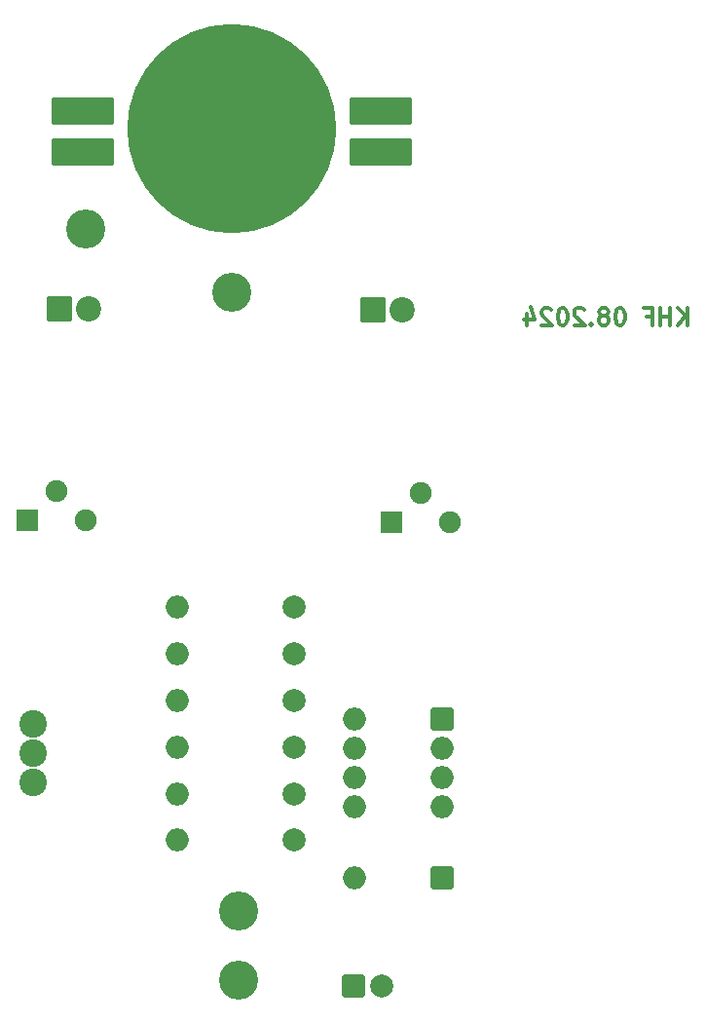
<source format=gbr>
%TF.GenerationSoftware,KiCad,Pcbnew,7.0.8*%
%TF.CreationDate,2024-08-22T12:09:47+02:00*%
%TF.ProjectId,Cow,436f772e-6b69-4636-9164-5f7063625858,rev?*%
%TF.SameCoordinates,Original*%
%TF.FileFunction,Soldermask,Bot*%
%TF.FilePolarity,Negative*%
%FSLAX46Y46*%
G04 Gerber Fmt 4.6, Leading zero omitted, Abs format (unit mm)*
G04 Created by KiCad (PCBNEW 7.0.8) date 2024-08-22 12:09:47*
%MOMM*%
%LPD*%
G01*
G04 APERTURE LIST*
G04 Aperture macros list*
%AMRoundRect*
0 Rectangle with rounded corners*
0 $1 Rounding radius*
0 $2 $3 $4 $5 $6 $7 $8 $9 X,Y pos of 4 corners*
0 Add a 4 corners polygon primitive as box body*
4,1,4,$2,$3,$4,$5,$6,$7,$8,$9,$2,$3,0*
0 Add four circle primitives for the rounded corners*
1,1,$1+$1,$2,$3*
1,1,$1+$1,$4,$5*
1,1,$1+$1,$6,$7*
1,1,$1+$1,$8,$9*
0 Add four rect primitives between the rounded corners*
20,1,$1+$1,$2,$3,$4,$5,0*
20,1,$1+$1,$4,$5,$6,$7,0*
20,1,$1+$1,$6,$7,$8,$9,0*
20,1,$1+$1,$8,$9,$2,$3,0*%
G04 Aperture macros list end*
%ADD10C,0.300000*%
%ADD11C,3.400000*%
%ADD12RoundRect,0.200000X-0.900000X-0.900000X0.900000X-0.900000X0.900000X0.900000X-0.900000X0.900000X0*%
%ADD13C,2.200000*%
%ADD14RoundRect,0.200000X-0.750000X-0.750000X0.750000X-0.750000X0.750000X0.750000X-0.750000X0.750000X0*%
%ADD15C,1.900000*%
%ADD16RoundRect,0.200000X-0.800000X-0.800000X0.800000X-0.800000X0.800000X0.800000X-0.800000X0.800000X0*%
%ADD17C,2.000000*%
%ADD18C,2.400000*%
%ADD19O,2.000000X2.000000*%
%ADD20RoundRect,0.200000X0.800000X0.800000X-0.800000X0.800000X-0.800000X-0.800000X0.800000X-0.800000X0*%
%ADD21RoundRect,0.200000X2.500000X1.000000X-2.500000X1.000000X-2.500000X-1.000000X2.500000X-1.000000X0*%
%ADD22C,18.180000*%
G04 APERTURE END LIST*
D10*
X177495489Y-82420828D02*
X177495489Y-80920828D01*
X176638346Y-82420828D02*
X177281203Y-81563685D01*
X176638346Y-80920828D02*
X177495489Y-81777971D01*
X175995489Y-82420828D02*
X175995489Y-80920828D01*
X175995489Y-81635114D02*
X175138346Y-81635114D01*
X175138346Y-82420828D02*
X175138346Y-80920828D01*
X173924060Y-81635114D02*
X174424060Y-81635114D01*
X174424060Y-82420828D02*
X174424060Y-80920828D01*
X174424060Y-80920828D02*
X173709774Y-80920828D01*
X171709774Y-80920828D02*
X171566917Y-80920828D01*
X171566917Y-80920828D02*
X171424060Y-80992257D01*
X171424060Y-80992257D02*
X171352632Y-81063685D01*
X171352632Y-81063685D02*
X171281203Y-81206542D01*
X171281203Y-81206542D02*
X171209774Y-81492257D01*
X171209774Y-81492257D02*
X171209774Y-81849400D01*
X171209774Y-81849400D02*
X171281203Y-82135114D01*
X171281203Y-82135114D02*
X171352632Y-82277971D01*
X171352632Y-82277971D02*
X171424060Y-82349400D01*
X171424060Y-82349400D02*
X171566917Y-82420828D01*
X171566917Y-82420828D02*
X171709774Y-82420828D01*
X171709774Y-82420828D02*
X171852632Y-82349400D01*
X171852632Y-82349400D02*
X171924060Y-82277971D01*
X171924060Y-82277971D02*
X171995489Y-82135114D01*
X171995489Y-82135114D02*
X172066917Y-81849400D01*
X172066917Y-81849400D02*
X172066917Y-81492257D01*
X172066917Y-81492257D02*
X171995489Y-81206542D01*
X171995489Y-81206542D02*
X171924060Y-81063685D01*
X171924060Y-81063685D02*
X171852632Y-80992257D01*
X171852632Y-80992257D02*
X171709774Y-80920828D01*
X170352632Y-81563685D02*
X170495489Y-81492257D01*
X170495489Y-81492257D02*
X170566918Y-81420828D01*
X170566918Y-81420828D02*
X170638346Y-81277971D01*
X170638346Y-81277971D02*
X170638346Y-81206542D01*
X170638346Y-81206542D02*
X170566918Y-81063685D01*
X170566918Y-81063685D02*
X170495489Y-80992257D01*
X170495489Y-80992257D02*
X170352632Y-80920828D01*
X170352632Y-80920828D02*
X170066918Y-80920828D01*
X170066918Y-80920828D02*
X169924061Y-80992257D01*
X169924061Y-80992257D02*
X169852632Y-81063685D01*
X169852632Y-81063685D02*
X169781203Y-81206542D01*
X169781203Y-81206542D02*
X169781203Y-81277971D01*
X169781203Y-81277971D02*
X169852632Y-81420828D01*
X169852632Y-81420828D02*
X169924061Y-81492257D01*
X169924061Y-81492257D02*
X170066918Y-81563685D01*
X170066918Y-81563685D02*
X170352632Y-81563685D01*
X170352632Y-81563685D02*
X170495489Y-81635114D01*
X170495489Y-81635114D02*
X170566918Y-81706542D01*
X170566918Y-81706542D02*
X170638346Y-81849400D01*
X170638346Y-81849400D02*
X170638346Y-82135114D01*
X170638346Y-82135114D02*
X170566918Y-82277971D01*
X170566918Y-82277971D02*
X170495489Y-82349400D01*
X170495489Y-82349400D02*
X170352632Y-82420828D01*
X170352632Y-82420828D02*
X170066918Y-82420828D01*
X170066918Y-82420828D02*
X169924061Y-82349400D01*
X169924061Y-82349400D02*
X169852632Y-82277971D01*
X169852632Y-82277971D02*
X169781203Y-82135114D01*
X169781203Y-82135114D02*
X169781203Y-81849400D01*
X169781203Y-81849400D02*
X169852632Y-81706542D01*
X169852632Y-81706542D02*
X169924061Y-81635114D01*
X169924061Y-81635114D02*
X170066918Y-81563685D01*
X169138347Y-82277971D02*
X169066918Y-82349400D01*
X169066918Y-82349400D02*
X169138347Y-82420828D01*
X169138347Y-82420828D02*
X169209775Y-82349400D01*
X169209775Y-82349400D02*
X169138347Y-82277971D01*
X169138347Y-82277971D02*
X169138347Y-82420828D01*
X168495489Y-81063685D02*
X168424061Y-80992257D01*
X168424061Y-80992257D02*
X168281204Y-80920828D01*
X168281204Y-80920828D02*
X167924061Y-80920828D01*
X167924061Y-80920828D02*
X167781204Y-80992257D01*
X167781204Y-80992257D02*
X167709775Y-81063685D01*
X167709775Y-81063685D02*
X167638346Y-81206542D01*
X167638346Y-81206542D02*
X167638346Y-81349400D01*
X167638346Y-81349400D02*
X167709775Y-81563685D01*
X167709775Y-81563685D02*
X168566918Y-82420828D01*
X168566918Y-82420828D02*
X167638346Y-82420828D01*
X166709775Y-80920828D02*
X166566918Y-80920828D01*
X166566918Y-80920828D02*
X166424061Y-80992257D01*
X166424061Y-80992257D02*
X166352633Y-81063685D01*
X166352633Y-81063685D02*
X166281204Y-81206542D01*
X166281204Y-81206542D02*
X166209775Y-81492257D01*
X166209775Y-81492257D02*
X166209775Y-81849400D01*
X166209775Y-81849400D02*
X166281204Y-82135114D01*
X166281204Y-82135114D02*
X166352633Y-82277971D01*
X166352633Y-82277971D02*
X166424061Y-82349400D01*
X166424061Y-82349400D02*
X166566918Y-82420828D01*
X166566918Y-82420828D02*
X166709775Y-82420828D01*
X166709775Y-82420828D02*
X166852633Y-82349400D01*
X166852633Y-82349400D02*
X166924061Y-82277971D01*
X166924061Y-82277971D02*
X166995490Y-82135114D01*
X166995490Y-82135114D02*
X167066918Y-81849400D01*
X167066918Y-81849400D02*
X167066918Y-81492257D01*
X167066918Y-81492257D02*
X166995490Y-81206542D01*
X166995490Y-81206542D02*
X166924061Y-81063685D01*
X166924061Y-81063685D02*
X166852633Y-80992257D01*
X166852633Y-80992257D02*
X166709775Y-80920828D01*
X165638347Y-81063685D02*
X165566919Y-80992257D01*
X165566919Y-80992257D02*
X165424062Y-80920828D01*
X165424062Y-80920828D02*
X165066919Y-80920828D01*
X165066919Y-80920828D02*
X164924062Y-80992257D01*
X164924062Y-80992257D02*
X164852633Y-81063685D01*
X164852633Y-81063685D02*
X164781204Y-81206542D01*
X164781204Y-81206542D02*
X164781204Y-81349400D01*
X164781204Y-81349400D02*
X164852633Y-81563685D01*
X164852633Y-81563685D02*
X165709776Y-82420828D01*
X165709776Y-82420828D02*
X164781204Y-82420828D01*
X163495491Y-81420828D02*
X163495491Y-82420828D01*
X163852633Y-80849400D02*
X164209776Y-81920828D01*
X164209776Y-81920828D02*
X163281205Y-81920828D01*
D11*
%TO.C,*%
X138456191Y-139320000D03*
%TD*%
D12*
%TO.C,D2*%
X150175000Y-81120000D03*
D13*
X152715000Y-81120000D03*
%TD*%
D12*
%TO.C,D1*%
X122900000Y-80960000D03*
D13*
X125440000Y-80960000D03*
%TD*%
D14*
%TO.C,Q2*%
X151730000Y-99500000D03*
D15*
X154270000Y-96960000D03*
X156810000Y-99500000D03*
%TD*%
D11*
%TO.C,*%
X125140000Y-74030000D03*
%TD*%
D14*
%TO.C,Q1*%
X120130000Y-99380000D03*
D15*
X122670000Y-96840000D03*
X125210000Y-99380000D03*
%TD*%
D11*
%TO.C,*%
X138456191Y-133300000D03*
%TD*%
D16*
%TO.C,C1*%
X148410000Y-139800000D03*
D17*
X150910000Y-139800000D03*
%TD*%
D18*
%TO.C,S1*%
X120620000Y-117030000D03*
X120620000Y-119570000D03*
X120620000Y-122110000D03*
%TD*%
D17*
%TO.C,R3*%
X143260000Y-106930000D03*
D19*
X133100000Y-106930000D03*
%TD*%
D17*
%TO.C,R7*%
X143260000Y-123130000D03*
D19*
X133100000Y-123130000D03*
%TD*%
D20*
%TO.C,U1*%
X156120000Y-116620000D03*
D19*
X156120000Y-119160000D03*
X156120000Y-121700000D03*
X156120000Y-124240000D03*
X148500000Y-124240000D03*
X148500000Y-121700000D03*
X148500000Y-119160000D03*
X148500000Y-116620000D03*
%TD*%
D17*
%TO.C,R6*%
X143260000Y-119080000D03*
D19*
X133100000Y-119080000D03*
%TD*%
D21*
%TO.C,U2*%
X150844000Y-67362000D03*
X150844000Y-63806000D03*
X124950000Y-67362000D03*
X124950000Y-63806000D03*
D22*
X137890000Y-65330000D03*
%TD*%
D17*
%TO.C,R1off1*%
X143260000Y-127180000D03*
D19*
X133100000Y-127180000D03*
%TD*%
D17*
%TO.C,R4*%
X143260000Y-110980000D03*
D19*
X133100000Y-110980000D03*
%TD*%
D11*
%TO.C,+*%
X137840000Y-79560000D03*
%TD*%
D20*
%TO.C,D3*%
X156160000Y-130450000D03*
D19*
X148540000Y-130450000D03*
%TD*%
D17*
%TO.C,R5*%
X143260000Y-115030000D03*
D19*
X133100000Y-115030000D03*
%TD*%
M02*

</source>
